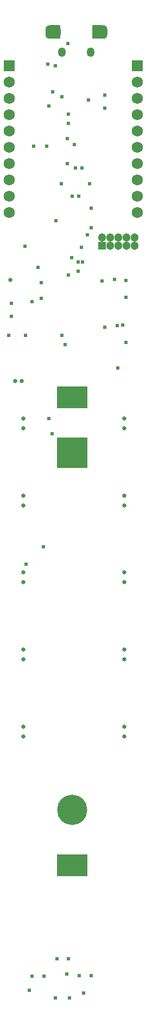
<source format=gbs>
G04 Layer_Color=16711935*
%FSLAX44Y44*%
%MOMM*%
G71*
G01*
G75*
%ADD101C,0.6604*%
%ADD102C,1.3032*%
%ADD103R,1.3032X1.3032*%
G04:AMPARAMS|DCode=104|XSize=1.2532mm|YSize=1.4532mm|CornerRadius=0.6266mm|HoleSize=0mm|Usage=FLASHONLY|Rotation=180.000|XOffset=0mm|YOffset=0mm|HoleType=Round|Shape=RoundedRectangle|*
%AMROUNDEDRECTD104*
21,1,1.2532,0.2000,0,0,180.0*
21,1,0.0000,1.4532,0,0,180.0*
1,1,1.2532,0.0000,0.1000*
1,1,1.2532,0.0000,0.1000*
1,1,1.2532,0.0000,-0.1000*
1,1,1.2532,0.0000,-0.1000*
%
%ADD104ROUNDEDRECTD104*%
G04:AMPARAMS|DCode=105|XSize=2.3032mm|YSize=2.1032mm|CornerRadius=0.5956mm|HoleSize=0mm|Usage=FLASHONLY|Rotation=180.000|XOffset=0mm|YOffset=0mm|HoleType=Round|Shape=RoundedRectangle|*
%AMROUNDEDRECTD105*
21,1,2.3032,0.9120,0,0,180.0*
21,1,1.1120,2.1032,0,0,180.0*
1,1,1.1912,-0.5560,0.4560*
1,1,1.1912,0.5560,0.4560*
1,1,1.1912,0.5560,-0.4560*
1,1,1.1912,-0.5560,-0.4560*
%
%ADD105ROUNDEDRECTD105*%
%ADD106R,4.7752X3.5052*%
%ADD107C,4.7032*%
%ADD108R,4.7032X4.7032*%
%ADD109R,1.7272X1.7272*%
%ADD110C,1.7272*%
%ADD111C,0.6032*%
G36*
X10209133Y5083010D02*
X10209263Y5082983D01*
X10209390Y5082941D01*
X10209509Y5082882D01*
X10209620Y5082808D01*
X10209720Y5082720D01*
X10209808Y5082620D01*
X10209882Y5082509D01*
X10209941Y5082390D01*
X10209984Y5082263D01*
X10210010Y5082133D01*
X10210018Y5082000D01*
Y5063000D01*
X10210010Y5062867D01*
X10209984Y5062737D01*
X10209941Y5062610D01*
X10209882Y5062491D01*
X10209808Y5062380D01*
X10209720Y5062280D01*
X10209620Y5062192D01*
X10209509Y5062118D01*
X10209390Y5062059D01*
X10209263Y5062017D01*
X10209133Y5061990D01*
X10209000Y5061982D01*
X10193000D01*
X10192958Y5061985D01*
X10192916Y5061985D01*
X10192435Y5062025D01*
X10192411Y5062029D01*
X10192386Y5062031D01*
X10191857Y5062101D01*
X10191850Y5062102D01*
X10191843Y5062102D01*
X10191785Y5062115D01*
X10191726Y5062126D01*
X10191719Y5062129D01*
X10191713Y5062130D01*
X10191183Y5062280D01*
X10191144Y5062294D01*
X10191105Y5062306D01*
X10190675Y5062466D01*
X10190634Y5062484D01*
X10190592Y5062501D01*
X10190172Y5062701D01*
X10190119Y5062731D01*
X10190063Y5062761D01*
X10189623Y5063041D01*
X10189589Y5063067D01*
X10189552Y5063091D01*
X10189172Y5063381D01*
X10189147Y5063402D01*
X10189121Y5063423D01*
X10188731Y5063763D01*
X10188715Y5063779D01*
X10188697Y5063793D01*
X10188668Y5063825D01*
X10188636Y5063856D01*
X10188622Y5063875D01*
X10188607Y5063891D01*
X10188317Y5064251D01*
X10188308Y5064264D01*
X10188298Y5064276D01*
X10188018Y5064646D01*
X10187985Y5064695D01*
X10187951Y5064745D01*
X10187711Y5065156D01*
X10187692Y5065194D01*
X10187671Y5065232D01*
X10187471Y5065652D01*
X10187455Y5065690D01*
X10187438Y5065728D01*
X10187278Y5066147D01*
X10187278Y5066148D01*
X10187278Y5066149D01*
X10187256Y5066221D01*
X10187239Y5066275D01*
X10187239Y5066276D01*
X10187239Y5066277D01*
X10187119Y5066787D01*
X10187112Y5066825D01*
X10187104Y5066863D01*
X10187034Y5067314D01*
X10187030Y5067354D01*
X10187025Y5067393D01*
X10186985Y5067923D01*
X10186984Y5067962D01*
X10186982Y5068000D01*
Y5077000D01*
X10186984Y5077037D01*
X10186984Y5077074D01*
X10187025Y5077624D01*
X10187032Y5077676D01*
X10187037Y5077728D01*
X10187117Y5078178D01*
X10187125Y5078208D01*
X10187130Y5078238D01*
X10187250Y5078737D01*
X10187252Y5078745D01*
X10187253Y5078752D01*
X10187272Y5078808D01*
X10187289Y5078865D01*
X10187292Y5078871D01*
X10187294Y5078878D01*
X10187452Y5079273D01*
X10187453Y5079273D01*
X10187582Y5079603D01*
X10187587Y5079612D01*
X10187590Y5079622D01*
X10187615Y5079673D01*
X10187640Y5079724D01*
X10187645Y5079733D01*
X10187650Y5079742D01*
X10187900Y5080172D01*
X10187924Y5080208D01*
X10187947Y5080245D01*
X10188207Y5080616D01*
X10188230Y5080644D01*
X10188251Y5080674D01*
X10188561Y5081053D01*
X10188567Y5081060D01*
X10188572Y5081067D01*
X10188613Y5081109D01*
X10188652Y5081151D01*
X10188658Y5081157D01*
X10188665Y5081163D01*
X10189114Y5081573D01*
X10189152Y5081603D01*
X10189189Y5081635D01*
X10189589Y5081935D01*
X10189623Y5081957D01*
X10189657Y5081981D01*
X10190117Y5082271D01*
X10190120Y5082273D01*
X10190123Y5082275D01*
X10190179Y5082305D01*
X10190234Y5082335D01*
X10190237Y5082336D01*
X10190240Y5082338D01*
X10190770Y5082578D01*
X10190772Y5082578D01*
X10190773Y5082579D01*
X10190837Y5082603D01*
X10190895Y5082625D01*
X10190897Y5082625D01*
X10190898Y5082625D01*
X10191769Y5082885D01*
X10191801Y5082893D01*
X10191832Y5082902D01*
X10191865Y5082908D01*
X10191898Y5082915D01*
X10191931Y5082918D01*
X10191963Y5082924D01*
X10192903Y5083014D01*
X10192952Y5083015D01*
X10193000Y5083018D01*
X10209000D01*
X10209133Y5083010D01*
D02*
G37*
G36*
X10277042Y5083015D02*
X10277085Y5083015D01*
X10277565Y5082975D01*
X10277589Y5082971D01*
X10277614Y5082969D01*
X10278143Y5082899D01*
X10278151Y5082898D01*
X10278157Y5082898D01*
X10278215Y5082885D01*
X10278274Y5082874D01*
X10278280Y5082871D01*
X10278287Y5082870D01*
X10278817Y5082720D01*
X10278856Y5082706D01*
X10278895Y5082694D01*
X10279325Y5082534D01*
X10279366Y5082516D01*
X10279408Y5082499D01*
X10279828Y5082299D01*
X10279882Y5082269D01*
X10279937Y5082239D01*
X10280377Y5081959D01*
X10280411Y5081933D01*
X10280448Y5081909D01*
X10280828Y5081619D01*
X10280853Y5081598D01*
X10280879Y5081577D01*
X10281270Y5081237D01*
X10281285Y5081221D01*
X10281302Y5081207D01*
X10281332Y5081175D01*
X10281364Y5081143D01*
X10281377Y5081125D01*
X10281393Y5081109D01*
X10281683Y5080749D01*
X10281692Y5080736D01*
X10281702Y5080724D01*
X10281982Y5080354D01*
X10282014Y5080305D01*
X10282048Y5080254D01*
X10282289Y5079844D01*
X10282308Y5079806D01*
X10282329Y5079768D01*
X10282529Y5079348D01*
X10282544Y5079310D01*
X10282561Y5079272D01*
X10282721Y5078853D01*
X10282722Y5078852D01*
X10282722Y5078850D01*
X10282744Y5078779D01*
X10282760Y5078725D01*
X10282761Y5078724D01*
X10282761Y5078723D01*
X10282881Y5078213D01*
X10282888Y5078175D01*
X10282896Y5078137D01*
X10282966Y5077686D01*
X10282970Y5077646D01*
X10282975Y5077607D01*
X10283015Y5077077D01*
X10283015Y5077038D01*
X10283019Y5077000D01*
Y5068000D01*
X10283016Y5067963D01*
X10283015Y5067926D01*
X10282976Y5067376D01*
X10282969Y5067324D01*
X10282963Y5067272D01*
X10282882Y5066822D01*
X10282875Y5066792D01*
X10282870Y5066762D01*
X10282750Y5066263D01*
X10282748Y5066255D01*
X10282747Y5066248D01*
X10282728Y5066192D01*
X10282711Y5066135D01*
X10282708Y5066129D01*
X10282705Y5066122D01*
X10282548Y5065727D01*
X10282548Y5065727D01*
X10282417Y5065397D01*
X10282413Y5065388D01*
X10282410Y5065378D01*
X10282384Y5065327D01*
X10282361Y5065276D01*
X10282355Y5065267D01*
X10282350Y5065258D01*
X10282100Y5064828D01*
X10282075Y5064792D01*
X10282053Y5064755D01*
X10281793Y5064384D01*
X10281770Y5064356D01*
X10281749Y5064326D01*
X10281439Y5063947D01*
X10281433Y5063940D01*
X10281428Y5063933D01*
X10281387Y5063891D01*
X10281348Y5063849D01*
X10281342Y5063843D01*
X10281335Y5063837D01*
X10280886Y5063427D01*
X10280848Y5063397D01*
X10280811Y5063365D01*
X10280411Y5063065D01*
X10280376Y5063043D01*
X10280343Y5063019D01*
X10279883Y5062729D01*
X10279880Y5062727D01*
X10279878Y5062725D01*
X10279821Y5062695D01*
X10279766Y5062665D01*
X10279763Y5062664D01*
X10279760Y5062662D01*
X10279230Y5062422D01*
X10279229Y5062422D01*
X10279226Y5062421D01*
X10279163Y5062397D01*
X10279105Y5062375D01*
X10279104Y5062375D01*
X10279102Y5062374D01*
X10278231Y5062114D01*
X10278199Y5062107D01*
X10278169Y5062098D01*
X10278135Y5062092D01*
X10278102Y5062085D01*
X10278069Y5062082D01*
X10278037Y5062076D01*
X10277097Y5061986D01*
X10277048Y5061985D01*
X10277000Y5061982D01*
X10261000D01*
X10260867Y5061990D01*
X10260736Y5062017D01*
X10260610Y5062059D01*
X10260491Y5062118D01*
X10260380Y5062192D01*
X10260280Y5062280D01*
X10260192Y5062380D01*
X10260118Y5062491D01*
X10260060Y5062610D01*
X10260017Y5062737D01*
X10259990Y5062867D01*
X10259982Y5063000D01*
Y5082000D01*
X10259990Y5082133D01*
X10260017Y5082263D01*
X10260060Y5082390D01*
X10260118Y5082509D01*
X10260192Y5082620D01*
X10260280Y5082720D01*
X10260380Y5082808D01*
X10260491Y5082882D01*
X10260610Y5082941D01*
X10260736Y5082983D01*
X10260867Y5083010D01*
X10261000Y5083018D01*
X10277000D01*
X10277042Y5083015D01*
D02*
G37*
D101*
X10152500Y4455240D02*
D03*
Y4470480D02*
D03*
Y4350480D02*
D03*
Y4335240D02*
D03*
Y4215240D02*
D03*
Y4230480D02*
D03*
Y4110480D02*
D03*
Y4095240D02*
D03*
Y3975240D02*
D03*
Y3990480D02*
D03*
X10310000Y4470480D02*
D03*
Y4455240D02*
D03*
Y4335240D02*
D03*
Y4350480D02*
D03*
Y4230480D02*
D03*
Y4215240D02*
D03*
Y4095240D02*
D03*
Y4110480D02*
D03*
Y3990480D02*
D03*
Y3975240D02*
D03*
X10149840Y4528820D02*
D03*
X10139680D02*
D03*
X10132060Y4686300D02*
D03*
D102*
X10325800Y4752700D02*
D03*
X10313101D02*
D03*
X10300400D02*
D03*
X10287700D02*
D03*
X10275000D02*
D03*
X10325800Y4740000D02*
D03*
X10313101D02*
D03*
X10300400D02*
D03*
X10287700D02*
D03*
D103*
X10275000D02*
D03*
D104*
X10257250Y5041250D02*
D03*
X10212750D02*
D03*
D105*
X10198500Y5072500D02*
D03*
X10271500D02*
D03*
D106*
X10228580Y3774430D02*
D03*
Y4503430D02*
D03*
D107*
Y3860880D02*
D03*
D108*
Y4416980D02*
D03*
D109*
X10330000Y5020000D02*
D03*
X10130000D02*
D03*
D110*
X10330000Y4994600D02*
D03*
Y4969200D02*
D03*
Y4943800D02*
D03*
Y4918400D02*
D03*
Y4893000D02*
D03*
Y4867600D02*
D03*
Y4842200D02*
D03*
Y4816800D02*
D03*
Y4791400D02*
D03*
X10130000Y4994600D02*
D03*
Y4969200D02*
D03*
Y4943800D02*
D03*
Y4918400D02*
D03*
Y4893000D02*
D03*
Y4867600D02*
D03*
Y4842200D02*
D03*
Y4816800D02*
D03*
Y4791400D02*
D03*
D111*
X10183876Y4270756D02*
D03*
X10307421Y4615770D02*
D03*
X10299700Y4549140D02*
D03*
X10156952Y4243832D02*
D03*
X10220960Y4867402D02*
D03*
X10161270Y3579368D02*
D03*
X10246001Y3575409D02*
D03*
X10180320Y4682500D02*
D03*
X10197500Y4446778D02*
D03*
X10212832Y4972050D02*
D03*
X10197926Y4979416D02*
D03*
X10222500Y4693920D02*
D03*
X10220079Y3605370D02*
D03*
X10192500Y4470480D02*
D03*
X10222780Y3628729D02*
D03*
X10275321Y4684544D02*
D03*
X10233660Y4861052D02*
D03*
X10243660Y4860969D02*
D03*
X10227500Y4721173D02*
D03*
X10237580Y4714270D02*
D03*
X10245040D02*
D03*
X10252500Y4756448D02*
D03*
X10237470Y4699792D02*
D03*
X10175000Y4705604D02*
D03*
X10165469Y3601560D02*
D03*
X10184520D02*
D03*
X10224000Y3568269D02*
D03*
X10205000Y3628729D02*
D03*
X10239130Y3602830D02*
D03*
X10258180D02*
D03*
X10129229Y4600000D02*
D03*
X10133729Y4630000D02*
D03*
X10165730Y4652500D02*
D03*
X10212500Y4600270D02*
D03*
X10298678Y4615456D02*
D03*
X10294270Y4687500D02*
D03*
X10228658Y4816431D02*
D03*
X10258051Y4797820D02*
D03*
X10188329Y4894420D02*
D03*
X10312500Y4685771D02*
D03*
X10279539Y4974590D02*
D03*
X10202000Y3568269D02*
D03*
X10155770Y4600000D02*
D03*
X10133729Y4650320D02*
D03*
X10180270Y4657500D02*
D03*
X10154680Y4738771D02*
D03*
X10217500Y4585730D02*
D03*
X10279730Y4612500D02*
D03*
X10203070Y4778900D02*
D03*
X10243270Y4737500D02*
D03*
X10312500Y4589229D02*
D03*
X10168010Y4894420D02*
D03*
X10258051Y4767820D02*
D03*
X10211888Y4836201D02*
D03*
X10238661Y4816431D02*
D03*
X10312500Y4659230D02*
D03*
X10255431Y4836201D02*
D03*
X10220960Y4906480D02*
D03*
X10191750Y4956970D02*
D03*
X10222770Y4930140D02*
D03*
X10231509Y4896960D02*
D03*
X10190480Y5022151D02*
D03*
X10222230Y4944650D02*
D03*
X10201910Y5020150D02*
D03*
X10253979Y4966240D02*
D03*
X10222000Y5054520D02*
D03*
X10279539Y4954270D02*
D03*
M02*

</source>
